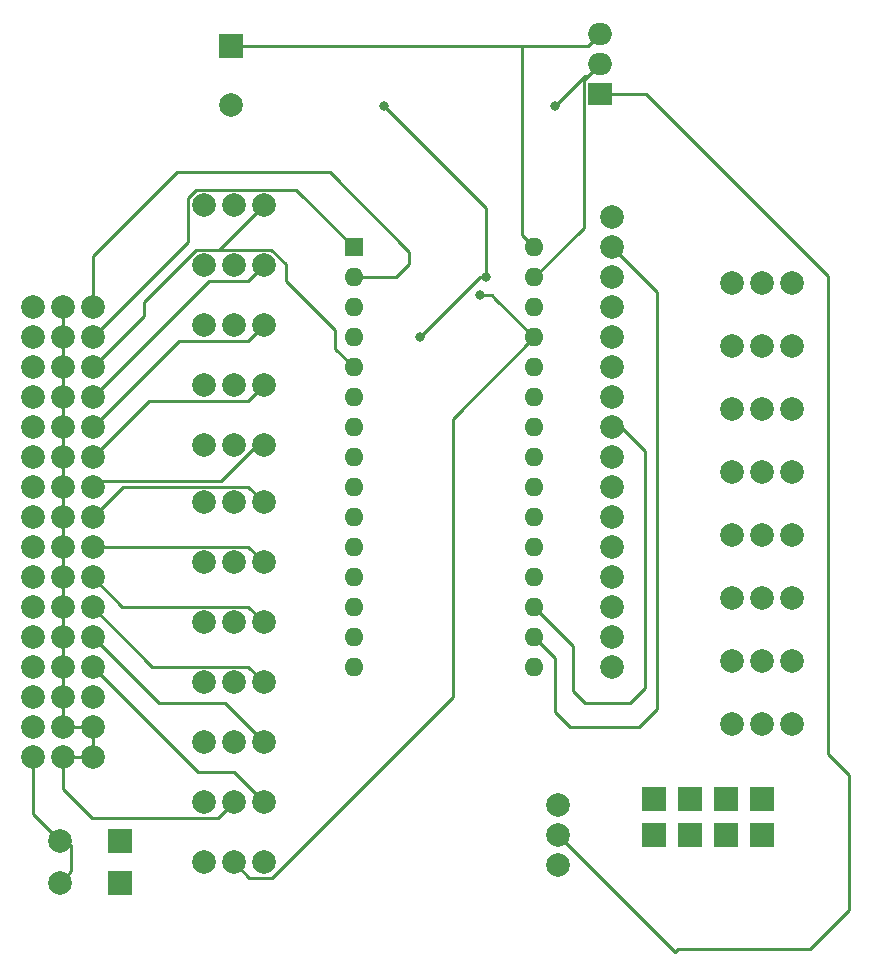
<source format=gbr>
%TF.GenerationSoftware,KiCad,Pcbnew,(5.1.6)-1*%
%TF.CreationDate,2020-11-22T17:12:52+01:00*%
%TF.ProjectId,NANOV4,4e414e4f-5634-42e6-9b69-6361645f7063,rev?*%
%TF.SameCoordinates,Original*%
%TF.FileFunction,Copper,L2,Bot*%
%TF.FilePolarity,Positive*%
%FSLAX46Y46*%
G04 Gerber Fmt 4.6, Leading zero omitted, Abs format (unit mm)*
G04 Created by KiCad (PCBNEW (5.1.6)-1) date 2020-11-22 17:12:52*
%MOMM*%
%LPD*%
G01*
G04 APERTURE LIST*
%TA.AperFunction,ComponentPad*%
%ADD10R,2.000000X2.000000*%
%TD*%
%TA.AperFunction,ComponentPad*%
%ADD11R,2.000000X1.905000*%
%TD*%
%TA.AperFunction,ComponentPad*%
%ADD12O,2.000000X1.905000*%
%TD*%
%TA.AperFunction,ComponentPad*%
%ADD13C,2.000000*%
%TD*%
%TA.AperFunction,ComponentPad*%
%ADD14R,1.600000X1.600000*%
%TD*%
%TA.AperFunction,ComponentPad*%
%ADD15O,1.600000X1.600000*%
%TD*%
%TA.AperFunction,ViaPad*%
%ADD16C,0.800000*%
%TD*%
%TA.AperFunction,Conductor*%
%ADD17C,0.250000*%
%TD*%
G04 APERTURE END LIST*
D10*
%TO.P,LP,1*%
%TO.N,GND*%
X167386000Y-112522000D03*
%TD*%
%TO.P,LP,1*%
%TO.N,GND*%
X167386000Y-115570000D03*
%TD*%
%TO.P,LP,1*%
%TO.N,GND*%
X164338000Y-115570000D03*
%TD*%
%TO.P,LP,1*%
%TO.N,GND*%
X161290000Y-115570000D03*
%TD*%
%TO.P,LP,1*%
%TO.N,GND*%
X158242000Y-115570000D03*
%TD*%
%TO.P,LP,1*%
%TO.N,GND*%
X164338000Y-112522000D03*
%TD*%
%TO.P,LP,1*%
%TO.N,GND*%
X161290000Y-112522000D03*
%TD*%
%TO.P,LP,1*%
%TO.N,GND*%
X158242000Y-112522000D03*
%TD*%
D11*
%TO.P,U1,1*%
%TO.N,Net-(S1-Pad2)*%
X153670000Y-52832000D03*
D12*
%TO.P,U1,2*%
%TO.N,GND*%
X153670000Y-50292000D03*
%TO.P,U1,3*%
%TO.N,Net-(C1-Pad1)*%
X153670000Y-47752000D03*
%TD*%
D13*
%TO.P,J3,16*%
%TO.N,+5V*%
X110744000Y-108966000D03*
%TO.P,J3,15*%
X110744000Y-106426000D03*
%TO.P,J3,14*%
%TO.N,Net-(D13-Pad1)*%
X110744000Y-103886000D03*
%TO.P,J3,13*%
%TO.N,Net-(D12-Pad1)*%
X110744000Y-101346000D03*
%TO.P,J3,12*%
%TO.N,Net-(D11-Pad1)*%
X110744000Y-98806000D03*
%TO.P,J3,11*%
%TO.N,Net-(D10-Pad1)*%
X110744000Y-96266000D03*
%TO.P,J3,10*%
%TO.N,Net-(D9-Pad1)*%
X110744000Y-93726000D03*
%TO.P,J3,9*%
%TO.N,Net-(D8-Pad1)*%
X110744000Y-91186000D03*
%TO.P,J3,8*%
%TO.N,Net-(D7-Pad1)*%
X110744000Y-88646000D03*
%TO.P,J3,7*%
%TO.N,Net-(D6-Pad1)*%
X110744000Y-86106000D03*
%TO.P,J3,6*%
%TO.N,Net-(D5-Pad1)*%
X110744000Y-83566000D03*
%TO.P,J3,5*%
%TO.N,Net-(D4-Pad1)*%
X110744000Y-81026000D03*
%TO.P,J3,4*%
%TO.N,Net-(D3-Pad1)*%
X110744000Y-78486000D03*
%TO.P,J3,3*%
%TO.N,Net-(D2-Pad1)*%
X110744000Y-75946000D03*
%TO.P,J3,2*%
%TO.N,Net-(IC1-Pad1)*%
X110744000Y-73406000D03*
%TO.P,J3,1*%
%TO.N,Net-(IC1-Pad2)*%
X110744000Y-70866000D03*
%TD*%
D14*
%TO.P,IC1,1*%
%TO.N,Net-(IC1-Pad1)*%
X132873001Y-65807001D03*
D15*
%TO.P,IC1,17*%
%TO.N,Net-(IC1-Pad17)*%
X148113001Y-98827001D03*
%TO.P,IC1,2*%
%TO.N,Net-(IC1-Pad2)*%
X132873001Y-68347001D03*
%TO.P,IC1,18*%
%TO.N,Net-(IC1-Pad18)*%
X148113001Y-96287001D03*
%TO.P,IC1,3*%
%TO.N,Net-(IC1-Pad28)*%
X132873001Y-70887001D03*
%TO.P,IC1,19*%
%TO.N,Net-(A0-Pad3)*%
X148113001Y-93747001D03*
%TO.P,IC1,4*%
%TO.N,GND*%
X132873001Y-73427001D03*
%TO.P,IC1,20*%
%TO.N,Net-(A1-Pad3)*%
X148113001Y-91207001D03*
%TO.P,IC1,5*%
%TO.N,Net-(D2-Pad1)*%
X132873001Y-75967001D03*
%TO.P,IC1,21*%
%TO.N,Net-(A2-Pad3)*%
X148113001Y-88667001D03*
%TO.P,IC1,6*%
%TO.N,Net-(D3-Pad1)*%
X132873001Y-78507001D03*
%TO.P,IC1,22*%
%TO.N,Net-(A3-Pad3)*%
X148113001Y-86127001D03*
%TO.P,IC1,7*%
%TO.N,Net-(D4-Pad1)*%
X132873001Y-81047001D03*
%TO.P,IC1,23*%
%TO.N,Net-(A4-Pad3)*%
X148113001Y-83587001D03*
%TO.P,IC1,8*%
%TO.N,Net-(D5-Pad1)*%
X132873001Y-83587001D03*
%TO.P,IC1,24*%
%TO.N,Net-(A5-Pad3)*%
X148113001Y-81047001D03*
%TO.P,IC1,9*%
%TO.N,Net-(D6-Pad1)*%
X132873001Y-86127001D03*
%TO.P,IC1,25*%
%TO.N,Net-(A6-Pad3)*%
X148113001Y-78507001D03*
%TO.P,IC1,10*%
%TO.N,Net-(D7-Pad1)*%
X132873001Y-88667001D03*
%TO.P,IC1,26*%
%TO.N,Net-(A7-Pad3)*%
X148113001Y-75967001D03*
%TO.P,IC1,11*%
%TO.N,Net-(D8-Pad1)*%
X132873001Y-91207001D03*
%TO.P,IC1,27*%
%TO.N,+5V*%
X148113001Y-73427001D03*
%TO.P,IC1,12*%
%TO.N,Net-(D9-Pad1)*%
X132873001Y-93747001D03*
%TO.P,IC1,28*%
%TO.N,Net-(IC1-Pad28)*%
X148113001Y-70887001D03*
%TO.P,IC1,13*%
%TO.N,Net-(D10-Pad1)*%
X132873001Y-96287001D03*
%TO.P,IC1,29*%
%TO.N,GND*%
X148113001Y-68347001D03*
%TO.P,IC1,14*%
%TO.N,Net-(D11-Pad1)*%
X132873001Y-98827001D03*
%TO.P,IC1,30*%
%TO.N,Net-(C1-Pad1)*%
X148113001Y-65807001D03*
%TO.P,IC1,15*%
%TO.N,Net-(D12-Pad1)*%
X132873001Y-101367001D03*
%TO.P,IC1,16*%
%TO.N,Net-(D13-Pad1)*%
X148113001Y-101367001D03*
%TD*%
D10*
%TO.P,C1,1*%
%TO.N,Net-(C1-Pad1)*%
X122428000Y-48768000D03*
D13*
%TO.P,C1,2*%
%TO.N,GND*%
X122428000Y-53768000D03*
%TD*%
%TO.P,J1,1*%
%TO.N,GND*%
X105664000Y-70866000D03*
%TO.P,J1,2*%
X105664000Y-73406000D03*
%TO.P,J1,3*%
X105664000Y-75946000D03*
%TO.P,J1,4*%
X105664000Y-78486000D03*
%TO.P,J1,5*%
X105664000Y-81026000D03*
%TO.P,J1,6*%
X105664000Y-83566000D03*
%TO.P,J1,7*%
X105664000Y-86106000D03*
%TO.P,J1,8*%
X105664000Y-88646000D03*
%TO.P,J1,9*%
X105664000Y-91186000D03*
%TO.P,J1,10*%
X105664000Y-93726000D03*
%TO.P,J1,11*%
X105664000Y-96266000D03*
%TO.P,J1,12*%
X105664000Y-98806000D03*
%TO.P,J1,13*%
X105664000Y-101346000D03*
%TO.P,J1,14*%
X105664000Y-103886000D03*
%TO.P,J1,15*%
X105664000Y-106426000D03*
%TO.P,J1,16*%
X105664000Y-108966000D03*
%TD*%
%TO.P,J2,16*%
%TO.N,+5V*%
X108204000Y-108966000D03*
%TO.P,J2,15*%
X108204000Y-106426000D03*
%TO.P,J2,14*%
X108204000Y-103886000D03*
%TO.P,J2,13*%
X108204000Y-101346000D03*
%TO.P,J2,12*%
X108204000Y-98806000D03*
%TO.P,J2,11*%
X108204000Y-96266000D03*
%TO.P,J2,10*%
X108204000Y-93726000D03*
%TO.P,J2,9*%
X108204000Y-91186000D03*
%TO.P,J2,8*%
X108204000Y-88646000D03*
%TO.P,J2,7*%
X108204000Y-86106000D03*
%TO.P,J2,6*%
X108204000Y-83566000D03*
%TO.P,J2,5*%
X108204000Y-81026000D03*
%TO.P,J2,4*%
X108204000Y-78486000D03*
%TO.P,J2,3*%
X108204000Y-75946000D03*
%TO.P,J2,2*%
X108204000Y-73406000D03*
%TO.P,J2,1*%
X108204000Y-70866000D03*
%TD*%
%TO.P,J4,1*%
%TO.N,Net-(A0-Pad3)*%
X154686000Y-101346000D03*
%TO.P,J4,2*%
%TO.N,Net-(A1-Pad3)*%
X154686000Y-98806000D03*
%TO.P,J4,3*%
%TO.N,Net-(A2-Pad3)*%
X154686000Y-96266000D03*
%TO.P,J4,4*%
%TO.N,Net-(A3-Pad3)*%
X154686000Y-93726000D03*
%TO.P,J4,5*%
%TO.N,Net-(A4-Pad3)*%
X154686000Y-91186000D03*
%TO.P,J4,6*%
%TO.N,Net-(A5-Pad3)*%
X154686000Y-88646000D03*
%TO.P,J4,7*%
%TO.N,Net-(A6-Pad3)*%
X154686000Y-86106000D03*
%TO.P,J4,8*%
%TO.N,Net-(A7-Pad3)*%
X154686000Y-83566000D03*
%TO.P,J4,9*%
%TO.N,Net-(IC1-Pad18)*%
X154686000Y-81026000D03*
%TO.P,J4,10*%
%TO.N,Net-(IC1-Pad28)*%
X154686000Y-78486000D03*
%TO.P,J4,11*%
%TO.N,Net-(J4-Pad11)*%
X154686000Y-75946000D03*
%TO.P,J4,12*%
%TO.N,Net-(J4-Pad12)*%
X154686000Y-73406000D03*
%TO.P,J4,13*%
%TO.N,Net-(J4-Pad13)*%
X154686000Y-70866000D03*
%TO.P,J4,14*%
%TO.N,Net-(J4-Pad14)*%
X154686000Y-68326000D03*
%TO.P,J4,15*%
%TO.N,Net-(IC1-Pad17)*%
X154686000Y-65786000D03*
%TO.P,J4,16*%
%TO.N,+5V*%
X154686000Y-63246000D03*
%TD*%
%TO.P,S1,1*%
%TO.N,Net-(S1-Pad1)*%
X150114000Y-118110000D03*
%TO.P,S1,2*%
%TO.N,Net-(S1-Pad2)*%
X150114000Y-115570000D03*
%TO.P,S1,3*%
%TO.N,Net-(S1-Pad3)*%
X150114000Y-113030000D03*
%TD*%
%TO.P,U3,1*%
%TO.N,GND*%
X107950000Y-119634000D03*
D10*
%TO.P,U3,2*%
%TO.N,Net-(S1-Pad1)*%
X113030000Y-119634000D03*
%TD*%
D13*
%TO.P,A0,3*%
%TO.N,Net-(A0-Pad3)*%
X164846000Y-106172000D03*
%TO.P,A0,2*%
%TO.N,+5V*%
X167386000Y-106172000D03*
%TO.P,A0,1*%
%TO.N,Net-(A0-Pad1)*%
X169926000Y-106172000D03*
%TD*%
%TO.P,A1,1*%
%TO.N,Net-(A1-Pad1)*%
X169926000Y-100838000D03*
%TO.P,A1,2*%
%TO.N,+5V*%
X167386000Y-100838000D03*
%TO.P,A1,3*%
%TO.N,Net-(A1-Pad3)*%
X164846000Y-100838000D03*
%TD*%
%TO.P,A2,3*%
%TO.N,Net-(A2-Pad3)*%
X164846000Y-95504000D03*
%TO.P,A2,2*%
%TO.N,+5V*%
X167386000Y-95504000D03*
%TO.P,A2,1*%
%TO.N,Net-(A2-Pad1)*%
X169926000Y-95504000D03*
%TD*%
%TO.P,A3,1*%
%TO.N,Net-(A3-Pad1)*%
X169926000Y-90170000D03*
%TO.P,A3,2*%
%TO.N,+5V*%
X167386000Y-90170000D03*
%TO.P,A3,3*%
%TO.N,Net-(A3-Pad3)*%
X164846000Y-90170000D03*
%TD*%
%TO.P,A4,3*%
%TO.N,Net-(A4-Pad3)*%
X164846000Y-84836000D03*
%TO.P,A4,2*%
%TO.N,+5V*%
X167386000Y-84836000D03*
%TO.P,A4,1*%
%TO.N,Net-(A4-Pad1)*%
X169926000Y-84836000D03*
%TD*%
%TO.P,A5,1*%
%TO.N,Net-(A5-Pad1)*%
X169926000Y-79502000D03*
%TO.P,A5,2*%
%TO.N,+5V*%
X167386000Y-79502000D03*
%TO.P,A5,3*%
%TO.N,Net-(A5-Pad3)*%
X164846000Y-79502000D03*
%TD*%
%TO.P,A6,3*%
%TO.N,Net-(A6-Pad3)*%
X164846000Y-74168000D03*
%TO.P,A6,2*%
%TO.N,+5V*%
X167386000Y-74168000D03*
%TO.P,A6,1*%
%TO.N,Net-(A6-Pad1)*%
X169926000Y-74168000D03*
%TD*%
%TO.P,A7,1*%
%TO.N,Net-(A7-Pad1)*%
X169926000Y-68834000D03*
%TO.P,A7,2*%
%TO.N,+5V*%
X167386000Y-68834000D03*
%TO.P,A7,3*%
%TO.N,Net-(A7-Pad3)*%
X164846000Y-68834000D03*
%TD*%
%TO.P,U3,1*%
%TO.N,GND*%
X107950000Y-116078000D03*
D10*
%TO.P,U3,2*%
%TO.N,Net-(S1-Pad1)*%
X113030000Y-116078000D03*
%TD*%
D13*
%TO.P,D2,1*%
%TO.N,Net-(D2-Pad1)*%
X125222000Y-62230000D03*
%TO.P,D2,2*%
%TO.N,+5V*%
X122682000Y-62230000D03*
%TO.P,D2,3*%
%TO.N,Net-(D2-Pad3)*%
X120142000Y-62230000D03*
%TD*%
%TO.P,D3,3*%
%TO.N,Net-(D3-Pad3)*%
X120142000Y-67310000D03*
%TO.P,D3,2*%
%TO.N,+5V*%
X122682000Y-67310000D03*
%TO.P,D3,1*%
%TO.N,Net-(D3-Pad1)*%
X125222000Y-67310000D03*
%TD*%
%TO.P,D4,1*%
%TO.N,Net-(D4-Pad1)*%
X125222000Y-72390000D03*
%TO.P,D4,2*%
%TO.N,+5V*%
X122682000Y-72390000D03*
%TO.P,D4,3*%
%TO.N,Net-(D4-Pad3)*%
X120142000Y-72390000D03*
%TD*%
%TO.P,D5,1*%
%TO.N,Net-(D5-Pad1)*%
X125222000Y-77470000D03*
%TO.P,D5,2*%
%TO.N,+5V*%
X122682000Y-77470000D03*
%TO.P,D5,3*%
%TO.N,Net-(D5-Pad3)*%
X120142000Y-77470000D03*
%TD*%
%TO.P,D6,3*%
%TO.N,Net-(D6-Pad3)*%
X120142000Y-82550000D03*
%TO.P,D6,2*%
%TO.N,+5V*%
X122682000Y-82550000D03*
%TO.P,D6,1*%
%TO.N,Net-(D6-Pad1)*%
X125222000Y-82550000D03*
%TD*%
%TO.P,D7,1*%
%TO.N,Net-(D7-Pad1)*%
X125222000Y-87376000D03*
%TO.P,D7,2*%
%TO.N,+5V*%
X122682000Y-87376000D03*
%TO.P,D7,3*%
%TO.N,Net-(D7-Pad3)*%
X120142000Y-87376000D03*
%TD*%
%TO.P,D8,3*%
%TO.N,Net-(D8-Pad3)*%
X120142000Y-92456000D03*
%TO.P,D8,2*%
%TO.N,+5V*%
X122682000Y-92456000D03*
%TO.P,D8,1*%
%TO.N,Net-(D8-Pad1)*%
X125222000Y-92456000D03*
%TD*%
%TO.P,D9,1*%
%TO.N,Net-(D9-Pad1)*%
X125222000Y-97536000D03*
%TO.P,D9,2*%
%TO.N,+5V*%
X122682000Y-97536000D03*
%TO.P,D9,3*%
%TO.N,Net-(D9-Pad3)*%
X120142000Y-97536000D03*
%TD*%
%TO.P,D10,3*%
%TO.N,Net-(D10-Pad3)*%
X120142000Y-102616000D03*
%TO.P,D10,2*%
%TO.N,+5V*%
X122682000Y-102616000D03*
%TO.P,D10,1*%
%TO.N,Net-(D10-Pad1)*%
X125222000Y-102616000D03*
%TD*%
%TO.P,D11,1*%
%TO.N,Net-(D11-Pad1)*%
X125222000Y-107696000D03*
%TO.P,D11,2*%
%TO.N,+5V*%
X122682000Y-107696000D03*
%TO.P,D11,3*%
%TO.N,Net-(D11-Pad3)*%
X120142000Y-107696000D03*
%TD*%
%TO.P,D12,3*%
%TO.N,Net-(D12-Pad3)*%
X120142000Y-112776000D03*
%TO.P,D12,2*%
%TO.N,+5V*%
X122682000Y-112776000D03*
%TO.P,D12,1*%
%TO.N,Net-(D12-Pad1)*%
X125222000Y-112776000D03*
%TD*%
%TO.P,D13,3*%
%TO.N,Net-(D13-Pad3)*%
X120142000Y-117856000D03*
%TO.P,D13,2*%
%TO.N,+5V*%
X122682000Y-117856000D03*
%TO.P,D13,1*%
%TO.N,Net-(D13-Pad1)*%
X125222000Y-117856000D03*
%TD*%
D16*
%TO.N,+5V*%
X143510000Y-69850000D03*
%TO.N,GND*%
X138430000Y-73406000D03*
X144018000Y-68326000D03*
X135382000Y-53848000D03*
X149860000Y-53848000D03*
%TD*%
D17*
%TO.N,Net-(S1-Pad2)*%
X150114000Y-115570000D02*
X160020000Y-125476000D01*
X160020000Y-125476000D02*
X160274000Y-125222000D01*
X160274000Y-125222000D02*
X171450000Y-125222000D01*
X171450000Y-125222000D02*
X174752000Y-121920000D01*
X174752000Y-121920000D02*
X174752000Y-110490000D01*
X157608410Y-52832000D02*
X153670000Y-52832000D01*
X172974000Y-108712000D02*
X172974000Y-68197590D01*
X172974000Y-68197590D02*
X157608410Y-52832000D01*
X174752000Y-110490000D02*
X172974000Y-108712000D01*
%TO.N,+5V*%
X124007001Y-119181001D02*
X125928999Y-119181001D01*
X122682000Y-117856000D02*
X124007001Y-119181001D01*
X125928999Y-119181001D02*
X141224000Y-103886000D01*
X141224000Y-80316002D02*
X148113001Y-73427001D01*
X141224000Y-103886000D02*
X141224000Y-80316002D01*
X122868401Y-112325991D02*
X122682000Y-112325991D01*
X121356999Y-114101001D02*
X110688999Y-114101001D01*
X122682000Y-112776000D02*
X121356999Y-114101001D01*
X108204000Y-111616002D02*
X108204000Y-108966000D01*
X110688999Y-114101001D02*
X108204000Y-111616002D01*
X108204000Y-93726000D02*
X107950000Y-93726000D01*
X107950000Y-91440000D02*
X108204000Y-91186000D01*
X108204000Y-75946000D02*
X108204000Y-78486000D01*
X108204000Y-78486000D02*
X108204000Y-81026000D01*
X108204000Y-81026000D02*
X108204000Y-83566000D01*
X108204000Y-83566000D02*
X108204000Y-86106000D01*
X108204000Y-86106000D02*
X108204000Y-88646000D01*
X108204000Y-88646000D02*
X108204000Y-91186000D01*
X108204000Y-91186000D02*
X108204000Y-93726000D01*
X108204000Y-93726000D02*
X108204000Y-96266000D01*
X108204000Y-96266000D02*
X108204000Y-98806000D01*
X108204000Y-98806000D02*
X108204000Y-101346000D01*
X108204000Y-101346000D02*
X108204000Y-103886000D01*
X108204000Y-103886000D02*
X108204000Y-106426000D01*
X108204000Y-106426000D02*
X110744000Y-106426000D01*
X110744000Y-106426000D02*
X110744000Y-108966000D01*
X110744000Y-108966000D02*
X108840410Y-108966000D01*
X144823204Y-70147204D02*
X148082000Y-73406000D01*
X143510000Y-69850000D02*
X144536000Y-69850000D01*
X144823204Y-70137204D02*
X144536000Y-69850000D01*
X144823204Y-70147204D02*
X144823204Y-70137204D01*
X108204000Y-75946000D02*
X108204000Y-73406000D01*
X108204000Y-73406000D02*
X108204000Y-70866000D01*
X108204000Y-108966000D02*
X108840410Y-108966000D01*
%TO.N,GND*%
X152344999Y-64115003D02*
X148113001Y-68347001D01*
X152344999Y-51617001D02*
X152344999Y-64115003D01*
X143510000Y-68326000D02*
X144018000Y-68326000D01*
X138430000Y-73406000D02*
X143510000Y-68326000D01*
X108400009Y-115891599D02*
X108400009Y-116264401D01*
X108949999Y-116441589D02*
X108400009Y-115891599D01*
X108949999Y-118634001D02*
X108949999Y-116441589D01*
X144018000Y-62484000D02*
X144018000Y-68326000D01*
X107950000Y-119634000D02*
X108949999Y-118634001D01*
X108136401Y-116528009D02*
X107763599Y-116528009D01*
X108400009Y-116264401D02*
X108136401Y-116528009D01*
X135302000Y-53768000D02*
X135382000Y-53848000D01*
X135382000Y-53848000D02*
X144018000Y-62484000D01*
X152400000Y-51308000D02*
X152654000Y-51308000D01*
X149860000Y-53848000D02*
X152400000Y-51308000D01*
X153670000Y-50292000D02*
X152654000Y-51308000D01*
X152654000Y-51308000D02*
X152344999Y-51617001D01*
X107696000Y-115824000D02*
X107950000Y-116078000D01*
X105664000Y-113792000D02*
X107950000Y-116078000D01*
X105664000Y-108966000D02*
X105664000Y-113792000D01*
%TO.N,Net-(C1-Pad1)*%
X152654000Y-48768000D02*
X153670000Y-47752000D01*
X147066000Y-48768000D02*
X147066000Y-64760000D01*
X147066000Y-64760000D02*
X148113001Y-65807001D01*
X147066000Y-48768000D02*
X152654000Y-48768000D01*
X122428000Y-48768000D02*
X147066000Y-48768000D01*
%TO.N,Net-(D2-Pad1)*%
X119505999Y-65984999D02*
X115062000Y-70428998D01*
X125222000Y-62230000D02*
X121467001Y-65984999D01*
X121467001Y-65984999D02*
X119505999Y-65984999D01*
X115062000Y-71628000D02*
X110744000Y-75946000D01*
X115062000Y-70428998D02*
X115062000Y-71628000D01*
X125858001Y-65984999D02*
X121721001Y-65984999D01*
X131281001Y-74375001D02*
X131281001Y-72803999D01*
X131281001Y-72803999D02*
X127112003Y-68635001D01*
X132873001Y-75967001D02*
X131281001Y-74375001D01*
X127112003Y-68635001D02*
X127112003Y-67239001D01*
X127112003Y-67239001D02*
X125858001Y-65984999D01*
X121721001Y-65984999D02*
X121356999Y-65984999D01*
%TO.N,Net-(D3-Pad1)*%
X120594999Y-68635001D02*
X110744000Y-78486000D01*
X123896999Y-68635001D02*
X120594999Y-68635001D01*
X125222000Y-67310000D02*
X123896999Y-68635001D01*
%TO.N,Net-(D4-Pad1)*%
X118054999Y-73715001D02*
X110744000Y-81026000D01*
X123896999Y-73715001D02*
X118054999Y-73715001D01*
X125222000Y-72390000D02*
X123896999Y-73715001D01*
%TO.N,Net-(D5-Pad1)*%
X115514999Y-78795001D02*
X110744000Y-83566000D01*
X123896999Y-78795001D02*
X115514999Y-78795001D01*
X125222000Y-77470000D02*
X123896999Y-78795001D01*
%TO.N,Net-(D6-Pad1)*%
X111249011Y-85600989D02*
X110744000Y-86106000D01*
X121592013Y-85600989D02*
X111249011Y-85600989D01*
X124643002Y-82550000D02*
X121592013Y-85600989D01*
X125222000Y-82550000D02*
X124643002Y-82550000D01*
%TO.N,Net-(D7-Pad1)*%
X113339001Y-86050999D02*
X110744000Y-88646000D01*
X123896999Y-86050999D02*
X113339001Y-86050999D01*
X125222000Y-87376000D02*
X123896999Y-86050999D01*
%TO.N,Net-(D8-Pad1)*%
X110799001Y-91130999D02*
X110744000Y-91186000D01*
X123896999Y-91130999D02*
X110799001Y-91130999D01*
X125222000Y-92456000D02*
X123896999Y-91130999D01*
%TO.N,Net-(D9-Pad1)*%
X113228999Y-96210999D02*
X110744000Y-93726000D01*
X123896999Y-96210999D02*
X113228999Y-96210999D01*
X125222000Y-97536000D02*
X123896999Y-96210999D01*
%TO.N,Net-(D10-Pad1)*%
X123896999Y-101290999D02*
X115768999Y-101290999D01*
X115768999Y-101290999D02*
X110744000Y-96266000D01*
X125222000Y-102616000D02*
X123896999Y-101290999D01*
%TO.N,Net-(D11-Pad1)*%
X125222000Y-107696000D02*
X121920000Y-104394000D01*
X116332000Y-104394000D02*
X110744000Y-98806000D01*
X121920000Y-104394000D02*
X116332000Y-104394000D01*
%TO.N,Net-(D12-Pad1)*%
X125222000Y-112776000D02*
X122682000Y-110236000D01*
X119634000Y-110236000D02*
X110744000Y-101346000D01*
X122682000Y-110236000D02*
X119634000Y-110236000D01*
%TO.N,Net-(IC1-Pad1)*%
X127970999Y-60904999D02*
X132873001Y-65807001D01*
X118816999Y-65333001D02*
X118816999Y-61593999D01*
X119505999Y-60904999D02*
X127970999Y-60904999D01*
X118816999Y-61593999D02*
X119505999Y-60904999D01*
X110744000Y-73406000D02*
X118816999Y-65333001D01*
%TO.N,Net-(IC1-Pad17)*%
X148113001Y-98827001D02*
X149860000Y-100574000D01*
X149860000Y-100574000D02*
X149860000Y-105156000D01*
X149860000Y-105156000D02*
X151130000Y-106426000D01*
X151130000Y-106426000D02*
X156972000Y-106426000D01*
X156972000Y-106426000D02*
X158496000Y-104902000D01*
X158496000Y-69596000D02*
X154686000Y-65786000D01*
X158496000Y-104902000D02*
X158496000Y-69596000D01*
%TO.N,Net-(IC1-Pad2)*%
X110744000Y-70866000D02*
X110744000Y-66548000D01*
X110744000Y-66548000D02*
X117856000Y-59436000D01*
X117856000Y-59436000D02*
X130810000Y-59436000D01*
X132873001Y-68347001D02*
X136419001Y-68347001D01*
X137541000Y-67225002D02*
X137541000Y-66167000D01*
X130810000Y-59436000D02*
X137541000Y-66167000D01*
X136419001Y-68347001D02*
X137541000Y-67225002D01*
%TO.N,Net-(IC1-Pad18)*%
X157480000Y-83058000D02*
X155448000Y-81026000D01*
X155448000Y-81026000D02*
X154686000Y-81026000D01*
X157480000Y-103124000D02*
X157480000Y-83058000D01*
X156210000Y-104394000D02*
X157480000Y-103124000D01*
X148113001Y-96287001D02*
X151384000Y-99558000D01*
X151384000Y-103378000D02*
X152400000Y-104394000D01*
X151384000Y-99558000D02*
X151384000Y-103378000D01*
X152400000Y-104394000D02*
X156210000Y-104394000D01*
%TD*%
M02*

</source>
